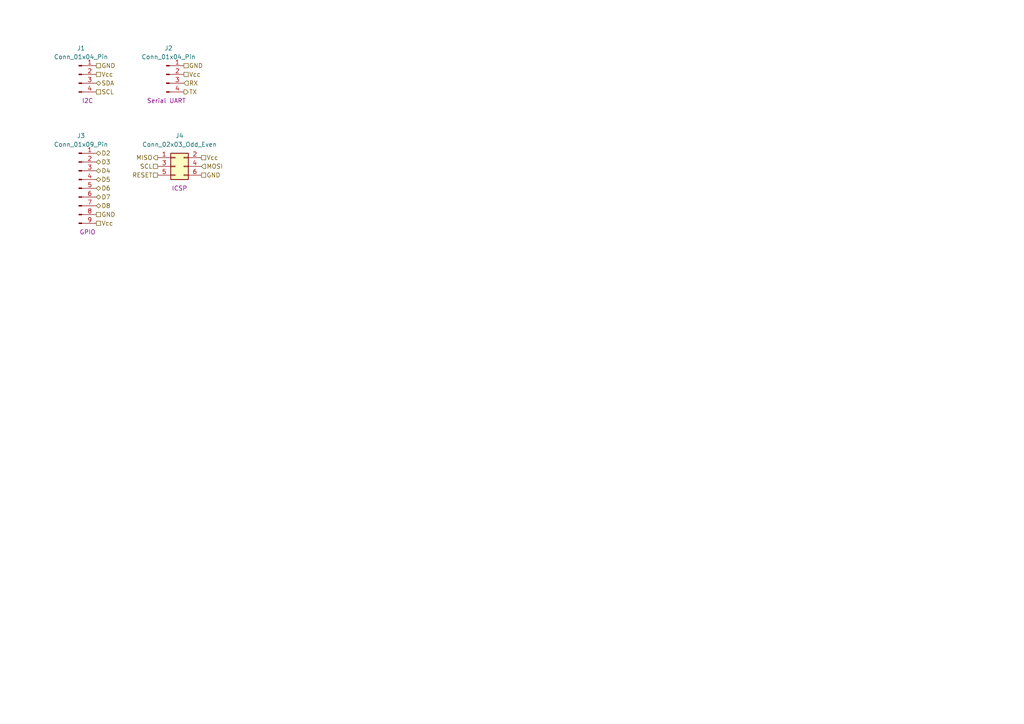
<source format=kicad_sch>
(kicad_sch (version 20250114) (generator "eeschema") (generator_version "9.0")
  (paper "A4")
  (title_block (title "Connectors : ${project_name}") (date "2025-07-05") (rev "1.0") (company "${company_name}") (comment 1 "${comment_1}"))
  (lib_symbols
    (symbol "Connector:Conn_01x04_Pin" (pin_names (offset 1.016) (hide yes))
      (property "Reference" "J" (at 0 5.08 0))
      (property "Value" "Conn_01x04_Pin" (at 0 -7.62 0))
      (symbol "Conn_01x04_Pin_1_1"
        (rectangle (start 0.8636 2.667) (end 0 2.413) (stroke (width 0.1524)) (fill (type outline)))
        (rectangle (start 0.8636 0.127) (end 0 -0.127) (stroke (width 0.1524)) (fill (type outline)))
        (rectangle (start 0.8636 -2.413) (end 0 -2.667) (stroke (width 0.1524)) (fill (type outline)))
        (rectangle (start 0.8636 -4.953) (end 0 -5.207) (stroke (width 0.1524)) (fill (type outline)))
        (polyline (pts (xy 1.27 2.54) (xy 0.8636 2.54)) (stroke (width 0.1524)))
        (polyline (pts (xy 1.27 0) (xy 0.8636 0)) (stroke (width 0.1524)))
        (polyline (pts (xy 1.27 -2.54) (xy 0.8636 -2.54)) (stroke (width 0.1524)))
        (polyline (pts (xy 1.27 -5.08) (xy 0.8636 -5.08)) (stroke (width 0.1524)))
        (pin passive line (at 5.08 2.54 180) (length 3.81) (name "Pin_1") (number "1"))
        (pin passive line (at 5.08 0 180) (length 3.81) (name "Pin_2") (number "2"))
        (pin passive line (at 5.08 -2.54 180) (length 3.81) (name "Pin_3") (number "3"))
        (pin passive line (at 5.08 -5.08 180) (length 3.81) (name "Pin_4") (number "4"))
      )
    )
    (symbol "Connector:Conn_01x09_Pin" (pin_names (offset 1.016) (hide yes))
      (property "Reference" "J" (at 0 12.7 0))
      (property "Value" "Conn_01x09_Pin" (at 0 -12.7 0))
      (symbol "Conn_01x09_Pin_1_1"
        (rectangle (start 0.8636 10.287) (end 0 10.033) (stroke (width 0.1524)) (fill (type outline)))
        (rectangle (start 0.8636 7.747) (end 0 7.493) (stroke (width 0.1524)) (fill (type outline)))
        (rectangle (start 0.8636 5.207) (end 0 4.953) (stroke (width 0.1524)) (fill (type outline)))
        (rectangle (start 0.8636 2.667) (end 0 2.413) (stroke (width 0.1524)) (fill (type outline)))
        (rectangle (start 0.8636 0.127) (end 0 -0.127) (stroke (width 0.1524)) (fill (type outline)))
        (rectangle (start 0.8636 -2.413) (end 0 -2.667) (stroke (width 0.1524)) (fill (type outline)))
        (rectangle (start 0.8636 -4.953) (end 0 -5.207) (stroke (width 0.1524)) (fill (type outline)))
        (rectangle (start 0.8636 -7.493) (end 0 -7.747) (stroke (width 0.1524)) (fill (type outline)))
        (rectangle (start 0.8636 -10.033) (end 0 -10.287) (stroke (width 0.1524)) (fill (type outline)))
        (polyline (pts (xy 1.27 10.16) (xy 0.8636 10.16)) (stroke (width 0.1524)))
        (polyline (pts (xy 1.27 7.62) (xy 0.8636 7.62)) (stroke (width 0.1524)))
        (polyline (pts (xy 1.27 5.08) (xy 0.8636 5.08)) (stroke (width 0.1524)))
        (polyline (pts (xy 1.27 2.54) (xy 0.8636 2.54)) (stroke (width 0.1524)))
        (polyline (pts (xy 1.27 0) (xy 0.8636 0)) (stroke (width 0.1524)))
        (polyline (pts (xy 1.27 -2.54) (xy 0.8636 -2.54)) (stroke (width 0.1524)))
        (polyline (pts (xy 1.27 -5.08) (xy 0.8636 -5.08)) (stroke (width 0.1524)))
        (polyline (pts (xy 1.27 -7.62) (xy 0.8636 -7.62)) (stroke (width 0.1524)))
        (polyline (pts (xy 1.27 -10.16) (xy 0.8636 -10.16)) (stroke (width 0.1524)))
        (pin passive line (at 5.08 10.16 180) (length 3.81) (name "Pin_1") (number "1"))
        (pin passive line (at 5.08 7.62 180) (length 3.81) (name "Pin_2") (number "2"))
        (pin passive line (at 5.08 5.08 180) (length 3.81) (name "Pin_3") (number "3"))
        (pin passive line (at 5.08 2.54 180) (length 3.81) (name "Pin_4") (number "4"))
        (pin passive line (at 5.08 0 180) (length 3.81) (name "Pin_5") (number "5"))
        (pin passive line (at 5.08 -2.54 180) (length 3.81) (name "Pin_6") (number "6"))
        (pin passive line (at 5.08 -5.08 180) (length 3.81) (name "Pin_7") (number "7"))
        (pin passive line (at 5.08 -7.62 180) (length 3.81) (name "Pin_8") (number "8"))
        (pin passive line (at 5.08 -10.16 180) (length 3.81) (name "Pin_9") (number "9"))
      )
    )
    (symbol "Connector_Generic:Conn_02x03_Odd_Even" (pin_names (offset 1.016) (hide yes))
      (property "Reference" "J" (at 1.27 5.08 0))
      (property "Value" "Conn_02x03_Odd_Even" (at 1.27 -5.08 0))
      (symbol "Conn_02x03_Odd_Even_1_1"
        (rectangle (start -1.27 3.81) (end 3.81 -3.81) (stroke (width 0.254)) (fill (type background)))
        (rectangle (start -1.27 2.667) (end 0 2.413) (stroke (width 0.1524)))
        (rectangle (start -1.27 0.127) (end 0 -0.127) (stroke (width 0.1524)))
        (rectangle (start -1.27 -2.413) (end 0 -2.667) (stroke (width 0.1524)))
        (rectangle (start 3.81 2.667) (end 2.54 2.413) (stroke (width 0.1524)))
        (rectangle (start 3.81 0.127) (end 2.54 -0.127) (stroke (width 0.1524)))
        (rectangle (start 3.81 -2.413) (end 2.54 -2.667) (stroke (width 0.1524)))
        (pin passive line (at -5.08 2.54 0) (length 3.81) (name "Pin_1") (number "1"))
        (pin passive line (at -5.08 0 0) (length 3.81) (name "Pin_3") (number "3"))
        (pin passive line (at -5.08 -2.54 0) (length 3.81) (name "Pin_5") (number "5"))
        (pin passive line (at 7.62 2.54 180) (length 3.81) (name "Pin_2") (number "2"))
        (pin passive line (at 7.62 0 180) (length 3.81) (name "Pin_4") (number "4"))
        (pin passive line (at 7.62 -2.54 180) (length 3.81) (name "Pin_6") (number "6"))
      )
    )
  )
  (hierarchical_label "D3" (shape bidirectional) (at 27.94 46.99 0))
  (hierarchical_label "SDA" (shape bidirectional) (at 27.94 24.13 0))
  (hierarchical_label "Vcc" (shape passive) (at 58.42 45.72 0))
  (hierarchical_label "D2" (shape bidirectional) (at 27.94 44.45 0))
  (hierarchical_label "RESET" (shape passive) (at 45.72 50.8 180))
  (hierarchical_label "SCL" (shape passive) (at 27.94 26.67 0))
  (hierarchical_label "Vcc" (shape passive) (at 53.34 21.59 0))
  (hierarchical_label "D7" (shape bidirectional) (at 27.94 57.15 0))
  (hierarchical_label "GND" (shape passive) (at 58.42 50.8 0))
  (hierarchical_label "RX" (shape input) (at 53.34 24.13 0))
  (hierarchical_label "D5" (shape bidirectional) (at 27.94 52.07 0))
  (hierarchical_label "GND" (shape passive) (at 27.94 19.05 0))
  (hierarchical_label "SCL" (shape passive) (at 45.72 48.26 180))
  (hierarchical_label "Vcc" (shape passive) (at 27.94 64.77 0))
  (hierarchical_label "GND" (shape passive) (at 53.34 19.05 0))
  (hierarchical_label "D8" (shape bidirectional) (at 27.94 59.69 0))
  (hierarchical_label "TX" (shape output) (at 53.34 26.67 0))
  (hierarchical_label "GND" (shape passive) (at 27.94 62.23 0))
  (hierarchical_label "Vcc" (shape passive) (at 27.94 21.59 0))
  (hierarchical_label "MOSI" (shape input) (at 58.42 48.26 0))
  (hierarchical_label "D6" (shape bidirectional) (at 27.94 54.61 0))
  (hierarchical_label "D4" (shape bidirectional) (at 27.94 49.53 0))
  (hierarchical_label "MISO" (shape output) (at 45.72 45.72 180))
  (symbol (lib_id "Connector:Conn_01x09_Pin") (at 22.86 54.61 0) (unit 1)
    (property "Reference" "J3" (at 23.495 39.37 0))
    (property "Value" "Conn_01x09_Pin" (at 23.495 41.91 0))
    (property "Footprint" "Connector_PinHeader_2.54mm:PinHeader_1x09_P2.54mm_Vertical" (effects (hide yes)))
    (property "Description" "Generic connector, single row, 01x09, script generated" (effects (hide yes)))
    (property "Purpose" "GPIO" (at 25.4 67.31 0))
  )
  (symbol (lib_id "Connector:Conn_01x04_Pin") (at 48.26 21.59 0) (unit 1)
    (property "Reference" "J2" (at 48.895 13.97 0))
    (property "Value" "Conn_01x04_Pin" (at 48.895 16.51 0))
    (property "Footprint" "Connector_PinHeader_2.54mm:PinHeader_1x04_P2.54mm_Vertical" (effects (hide yes)))
    (property "Description" "Generic connector, single row, 01x04, script generated" (effects (hide yes)))
    (property "Purpose" "Serial UART" (at 48.26 29.21 0))
  )
  (symbol (lib_id "Connector:Conn_01x04_Pin") (at 22.86 21.59 0) (unit 1)
    (property "Reference" "J1" (at 23.495 13.97 0))
    (property "Value" "Conn_01x04_Pin" (at 23.495 16.51 0))
    (property "Footprint" "Connector_PinHeader_2.54mm:PinHeader_1x04_P2.54mm_Vertical" (effects (hide yes)))
    (property "Description" "Generic connector, single row, 01x04, script generated" (effects (hide yes)))
    (property "Purpose" "I2C" (at 25.4 29.21 0))
  )
  (symbol (lib_id "Connector_Generic:Conn_02x03_Odd_Even") (at 50.8 48.26 0) (unit 1)
    (property "Reference" "J4" (at 52.07 39.37 0))
    (property "Value" "Conn_02x03_Odd_Even" (at 52.07 41.91 0))
    (property "Footprint" "Connector_PinHeader_2.54mm:PinHeader_2x03_P2.54mm_Vertical" (effects (hide yes)))
    (property "Description" "Generic connector, double row, 02x03, odd/even pin numbering scheme (row 1 odd numbers, row 2 even numbers), script generated (kicad-library-utils/schlib/autogen/connector/)" (effects (hide yes)))
    (property "Purpose" "ICSP" (at 52.07 54.61 0))
  )
)
</source>
